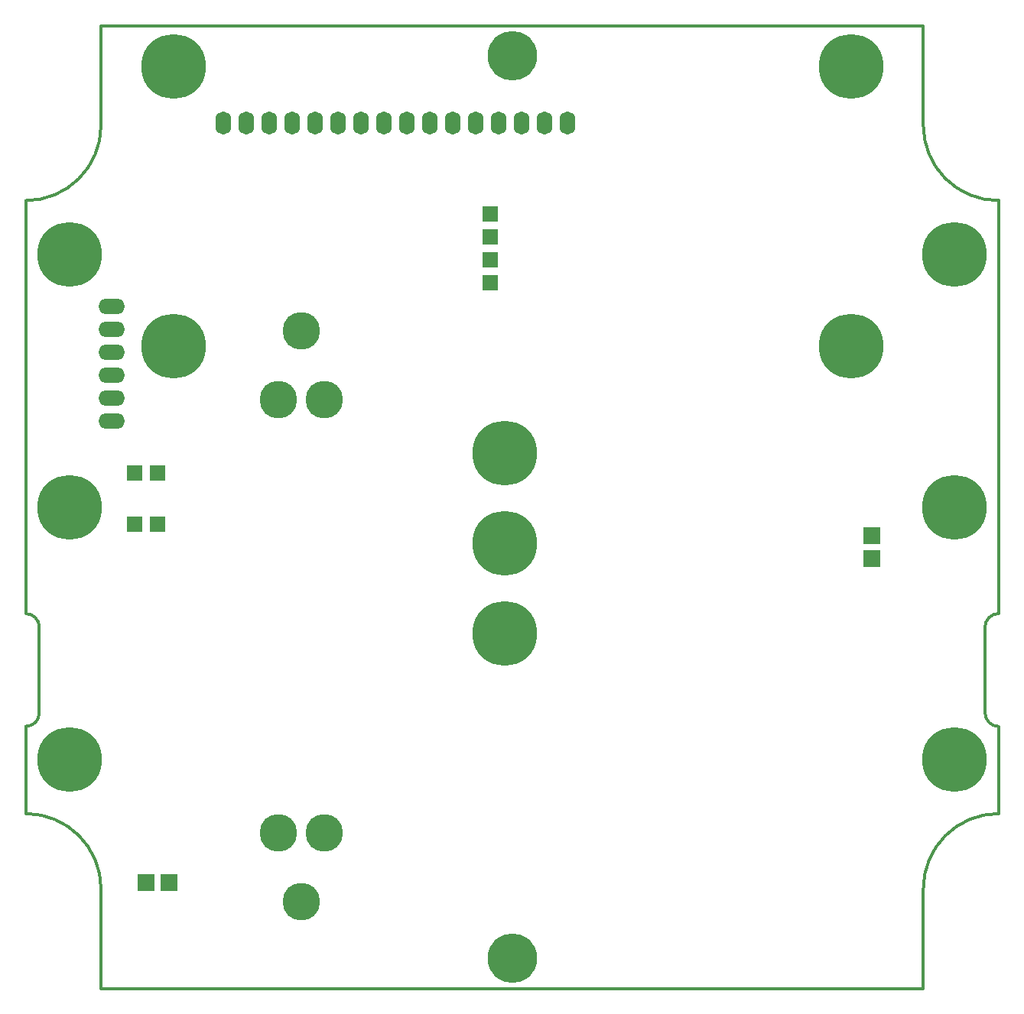
<source format=gbr>
G04 EasyPC Gerber Version 21.0.3 Build 4286 *
G04 #@! TF.Part,Single*
G04 #@! TF.FileFunction,Soldermask,Top *
G04 #@! TF.FilePolarity,Negative *
%FSLAX35Y35*%
%MOIN*%
G04 #@! TA.AperFunction,ComponentPad*
%ADD19O,0.06899X0.10049*%
%ADD20R,0.06899X0.06899*%
%ADD71R,0.06900X0.06900*%
%ADD18R,0.07400X0.07400*%
G04 #@! TD.AperFunction*
%ADD10C,0.01200*%
G04 #@! TA.AperFunction,ComponentPad*
%ADD17C,0.16348*%
G04 #@! TA.AperFunction,WasherPad*
%ADD16C,0.21600*%
%ADD15C,0.28200*%
G04 #@! TA.AperFunction,ComponentPad*
%ADD70O,0.11600X0.06600*%
X0Y0D02*
D02*
D10*
X418710Y123434D02*
Y160835D01*
G75*
G02X424616Y166741I5906*
G01*
Y346899*
G75*
G02X391820Y379694J32795*
G01*
Y423198*
X33395*
X33395Y379694*
G75*
G02X600Y346898I-32795*
G01*
Y166741*
G75*
G02X6506Y160836J-5906*
G01*
Y123434*
G75*
G02X600Y117529I-5906*
G01*
Y79497*
G75*
G02X33395Y46702J-32795*
G01*
Y3198*
X391820*
Y46702*
G75*
G02X424616Y79497I32795*
G01*
Y117529*
G75*
G02X418710Y123434J5905*
G01*
D02*
D15*
X19694Y102962D03*
Y213198D03*
Y323434D03*
X64970Y283434D03*
Y405481D03*
X209445Y158080D03*
Y197450D03*
Y236820D03*
X360246Y283434D03*
Y405481D03*
X405521Y102962D03*
Y213198D03*
Y323434D03*
D02*
D16*
X212608Y16348D03*
Y410048D03*
D02*
D17*
X110600Y71210D03*
Y260186D03*
X120600Y41210D03*
Y290186D03*
X130600Y71210D03*
Y260186D03*
D02*
D18*
X53100Y49332D03*
X63100D03*
X369466Y190698D03*
Y200698D03*
D02*
D19*
X86670Y380698D03*
X96670D03*
X106670D03*
X116670D03*
X126670D03*
X136670D03*
X146670D03*
X156670D03*
X166670D03*
X176670D03*
X186670D03*
X196670D03*
X206670D03*
X216670D03*
X226670D03*
X236670D03*
D02*
D70*
X38100Y250698D03*
Y260698D03*
Y270698D03*
Y280698D03*
Y290698D03*
Y300698D03*
D02*
D71*
X48100Y205698D03*
Y228198D03*
X58100Y205698D03*
Y228198D03*
D02*
D20*
X203100Y311198D03*
Y321198D03*
Y331198D03*
Y341198D03*
X0Y0D02*
M02*

</source>
